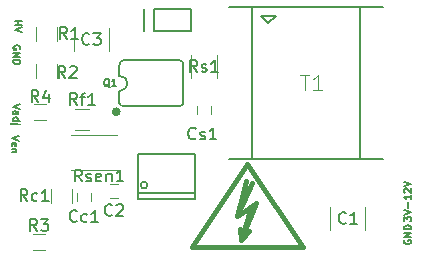
<source format=gto>
%TF.GenerationSoftware,KiCad,Pcbnew,4.0.6*%
%TF.CreationDate,2017-10-03T21:34:55-04:00*%
%TF.ProjectId,HVPS_SMD,485650535F534D442E6B696361645F70,rev?*%
%TF.FileFunction,Legend,Top*%
%FSLAX46Y46*%
G04 Gerber Fmt 4.6, Leading zero omitted, Abs format (unit mm)*
G04 Created by KiCad (PCBNEW 4.0.6) date 10/03/17 21:34:55*
%MOMM*%
%LPD*%
G01*
G04 APERTURE LIST*
%ADD10C,0.127000*%
%ADD11C,0.120000*%
%ADD12C,0.203200*%
%ADD13C,0.381000*%
%ADD14C,0.002540*%
%ADD15C,0.150000*%
%ADD16C,0.101600*%
G04 APERTURE END LIST*
D10*
X182065571Y-72931429D02*
X181465571Y-73131429D01*
X182065571Y-73331429D01*
X181494143Y-73760001D02*
X181465571Y-73702858D01*
X181465571Y-73588572D01*
X181494143Y-73531429D01*
X181551286Y-73502858D01*
X181779857Y-73502858D01*
X181837000Y-73531429D01*
X181865571Y-73588572D01*
X181865571Y-73702858D01*
X181837000Y-73760001D01*
X181779857Y-73788572D01*
X181722714Y-73788572D01*
X181665571Y-73502858D01*
X181865571Y-74045715D02*
X181465571Y-74045715D01*
X181808429Y-74045715D02*
X181837000Y-74074287D01*
X181865571Y-74131429D01*
X181865571Y-74217144D01*
X181837000Y-74274287D01*
X181779857Y-74302858D01*
X181465571Y-74302858D01*
X182192571Y-70234286D02*
X181592571Y-70434286D01*
X182192571Y-70634286D01*
X181592571Y-71091429D02*
X181906857Y-71091429D01*
X181964000Y-71062858D01*
X181992571Y-71005715D01*
X181992571Y-70891429D01*
X181964000Y-70834286D01*
X181621143Y-71091429D02*
X181592571Y-71034286D01*
X181592571Y-70891429D01*
X181621143Y-70834286D01*
X181678286Y-70805715D01*
X181735429Y-70805715D01*
X181792571Y-70834286D01*
X181821143Y-70891429D01*
X181821143Y-71034286D01*
X181849714Y-71091429D01*
X181592571Y-71634286D02*
X182192571Y-71634286D01*
X181621143Y-71634286D02*
X181592571Y-71577143D01*
X181592571Y-71462857D01*
X181621143Y-71405715D01*
X181649714Y-71377143D01*
X181706857Y-71348572D01*
X181878286Y-71348572D01*
X181935429Y-71377143D01*
X181964000Y-71405715D01*
X181992571Y-71462857D01*
X181992571Y-71577143D01*
X181964000Y-71634286D01*
X181992571Y-71920000D02*
X181478286Y-71920000D01*
X181421143Y-71891429D01*
X181392571Y-71834286D01*
X181392571Y-71805714D01*
X182192571Y-71920000D02*
X182164000Y-71891429D01*
X182135429Y-71920000D01*
X182164000Y-71948572D01*
X182192571Y-71920000D01*
X182135429Y-71920000D01*
X182164000Y-65582858D02*
X182192571Y-65525715D01*
X182192571Y-65440001D01*
X182164000Y-65354286D01*
X182106857Y-65297144D01*
X182049714Y-65268572D01*
X181935429Y-65240001D01*
X181849714Y-65240001D01*
X181735429Y-65268572D01*
X181678286Y-65297144D01*
X181621143Y-65354286D01*
X181592571Y-65440001D01*
X181592571Y-65497144D01*
X181621143Y-65582858D01*
X181649714Y-65611429D01*
X181849714Y-65611429D01*
X181849714Y-65497144D01*
X181592571Y-65868572D02*
X182192571Y-65868572D01*
X181592571Y-66211429D01*
X182192571Y-66211429D01*
X181592571Y-66497143D02*
X182192571Y-66497143D01*
X182192571Y-66640000D01*
X182164000Y-66725715D01*
X182106857Y-66782857D01*
X182049714Y-66811429D01*
X181935429Y-66840000D01*
X181849714Y-66840000D01*
X181735429Y-66811429D01*
X181678286Y-66782857D01*
X181621143Y-66725715D01*
X181592571Y-66640000D01*
X181592571Y-66497143D01*
X181719571Y-63198429D02*
X182319571Y-63198429D01*
X182033857Y-63198429D02*
X182033857Y-63541286D01*
X181719571Y-63541286D02*
X182319571Y-63541286D01*
X182319571Y-63741286D02*
X181719571Y-63941286D01*
X182319571Y-64141286D01*
X214711000Y-81737142D02*
X214682429Y-81794285D01*
X214682429Y-81879999D01*
X214711000Y-81965714D01*
X214768143Y-82022856D01*
X214825286Y-82051428D01*
X214939571Y-82079999D01*
X215025286Y-82079999D01*
X215139571Y-82051428D01*
X215196714Y-82022856D01*
X215253857Y-81965714D01*
X215282429Y-81879999D01*
X215282429Y-81822856D01*
X215253857Y-81737142D01*
X215225286Y-81708571D01*
X215025286Y-81708571D01*
X215025286Y-81822856D01*
X215282429Y-81451428D02*
X214682429Y-81451428D01*
X215282429Y-81108571D01*
X214682429Y-81108571D01*
X215282429Y-80822857D02*
X214682429Y-80822857D01*
X214682429Y-80680000D01*
X214711000Y-80594285D01*
X214768143Y-80537143D01*
X214825286Y-80508571D01*
X214939571Y-80480000D01*
X215025286Y-80480000D01*
X215139571Y-80508571D01*
X215196714Y-80537143D01*
X215253857Y-80594285D01*
X215282429Y-80680000D01*
X215282429Y-80822857D01*
X214682429Y-80143144D02*
X214682429Y-79771715D01*
X214911000Y-79971715D01*
X214911000Y-79886001D01*
X214939571Y-79828858D01*
X214968143Y-79800287D01*
X215025286Y-79771715D01*
X215168143Y-79771715D01*
X215225286Y-79800287D01*
X215253857Y-79828858D01*
X215282429Y-79886001D01*
X215282429Y-80057429D01*
X215253857Y-80114572D01*
X215225286Y-80143144D01*
X214682429Y-79600286D02*
X215282429Y-79400286D01*
X214682429Y-79200286D01*
X215053857Y-79000286D02*
X215053857Y-78543143D01*
X215282429Y-77943143D02*
X215282429Y-78286000D01*
X215282429Y-78114572D02*
X214682429Y-78114572D01*
X214768143Y-78171715D01*
X214825286Y-78228857D01*
X214853857Y-78286000D01*
X214739571Y-77714571D02*
X214711000Y-77686000D01*
X214682429Y-77628857D01*
X214682429Y-77486000D01*
X214711000Y-77428857D01*
X214739571Y-77400286D01*
X214796714Y-77371714D01*
X214853857Y-77371714D01*
X214939571Y-77400286D01*
X215282429Y-77743143D01*
X215282429Y-77371714D01*
X214682429Y-77200285D02*
X215282429Y-77000285D01*
X214682429Y-76800285D01*
D11*
X211411000Y-80907000D02*
X211411000Y-78907000D01*
X208451000Y-78907000D02*
X208451000Y-80907000D01*
X189769000Y-76997000D02*
X190469000Y-76997000D01*
X190469000Y-78197000D02*
X189769000Y-78197000D01*
X189694000Y-65770000D02*
X189694000Y-63770000D01*
X186734000Y-63770000D02*
X186734000Y-65770000D01*
X188179000Y-77755000D02*
X188179000Y-78455000D01*
X186979000Y-78455000D02*
X186979000Y-77755000D01*
X198339000Y-70389000D02*
X198339000Y-71089000D01*
X197139000Y-71089000D02*
X197139000Y-70389000D01*
D10*
X193497200Y-62166500D02*
X196646800Y-62166500D01*
X196646800Y-62166500D02*
X196646800Y-64071500D01*
X196646800Y-64071500D02*
X193497200Y-64071500D01*
X193497200Y-64071500D02*
X193497200Y-62166500D01*
X192659000Y-62166500D02*
X192659000Y-64071500D01*
D11*
X183524000Y-64862000D02*
X183524000Y-63662000D01*
X185284000Y-63662000D02*
X185284000Y-64862000D01*
X183524000Y-68037000D02*
X183524000Y-66837000D01*
X185284000Y-66837000D02*
X185284000Y-68037000D01*
X183269000Y-81235000D02*
X184269000Y-81235000D01*
X184269000Y-82595000D02*
X183269000Y-82595000D01*
X184396000Y-71546000D02*
X183396000Y-71546000D01*
X183396000Y-70186000D02*
X184396000Y-70186000D01*
X184794000Y-78578000D02*
X184794000Y-77378000D01*
X186554000Y-77378000D02*
X186554000Y-78578000D01*
X188052000Y-72381000D02*
X186852000Y-72381000D01*
X186852000Y-70621000D02*
X188052000Y-70621000D01*
X186518000Y-72815000D02*
X190418000Y-72815000D01*
X190418000Y-75775000D02*
X186518000Y-75775000D01*
X198809000Y-66056000D02*
X198809000Y-68056000D01*
X196669000Y-68056000D02*
X196669000Y-66056000D01*
D10*
X203835000Y-62738000D02*
X203200000Y-63373000D01*
X203200000Y-63373000D02*
X202565000Y-62738000D01*
X202565000Y-62738000D02*
X203835000Y-62738000D01*
X212874860Y-62003940D02*
X199875140Y-62003940D01*
X199875140Y-74902060D02*
X212874860Y-74902060D01*
X210974940Y-62103000D02*
X210974940Y-74803000D01*
X201775060Y-62103000D02*
X201775060Y-74803000D01*
D12*
X196961760Y-74427080D02*
X196961760Y-77726540D01*
X196961760Y-77726540D02*
X196961760Y-78226920D01*
X196961760Y-78226920D02*
X192166240Y-78226920D01*
X192166240Y-78226920D02*
X192166240Y-77726540D01*
X192166240Y-77726540D02*
X192166240Y-74427080D01*
X192166240Y-74427080D02*
X196961760Y-74427080D01*
X196961760Y-77726540D02*
X192166240Y-77726540D01*
D10*
X192940940Y-77089000D02*
G75*
G03X192940940Y-77089000I-281940J0D01*
G01*
D13*
X200924160Y-81701640D02*
X202123040Y-78602840D01*
X202123040Y-78602840D02*
X201523600Y-79001620D01*
X200522840Y-79702660D02*
X201823320Y-76901040D01*
X200924160Y-81701640D02*
X201523600Y-81003140D01*
X201322940Y-76702920D02*
X200522840Y-79702660D01*
X200522840Y-79702660D02*
X201721720Y-78902560D01*
X201721720Y-78902560D02*
X200924160Y-81701640D01*
X200924160Y-81701640D02*
X200822560Y-80802480D01*
X201422000Y-75311000D02*
X206121000Y-82296000D01*
X206121000Y-82296000D02*
X196723000Y-82296000D01*
X196723000Y-82296000D02*
X201422000Y-75311000D01*
D12*
X195630800Y-66502280D02*
X190957200Y-66502280D01*
X190957200Y-70393560D02*
X195729860Y-70393560D01*
X196011800Y-70012560D02*
X196011800Y-66883280D01*
X190576200Y-66997580D02*
X190576200Y-67838320D01*
X190576200Y-70111620D02*
X190576200Y-69108320D01*
D14*
G36*
X190596520Y-70827900D02*
X190588900Y-70756780D01*
X190566040Y-70690740D01*
X190527940Y-70629780D01*
X190477140Y-70578980D01*
X190416180Y-70540880D01*
X190350140Y-70518020D01*
X190279020Y-70510400D01*
X190207900Y-70518020D01*
X190141860Y-70540880D01*
X190080900Y-70578980D01*
X190030100Y-70629780D01*
X189992000Y-70690740D01*
X189969140Y-70756780D01*
X189961520Y-70827900D01*
X189969140Y-70899020D01*
X189992000Y-70965060D01*
X190030100Y-71026020D01*
X190080900Y-71076820D01*
X190141860Y-71114920D01*
X190207900Y-71137780D01*
X190279020Y-71145400D01*
X190350140Y-71137780D01*
X190416180Y-71114920D01*
X190477140Y-71076820D01*
X190527940Y-71026020D01*
X190566040Y-70965060D01*
X190588900Y-70899020D01*
X190596520Y-70827900D01*
X190596520Y-70827900D01*
G37*
X190596520Y-70827900D02*
X190588900Y-70756780D01*
X190566040Y-70690740D01*
X190527940Y-70629780D01*
X190477140Y-70578980D01*
X190416180Y-70540880D01*
X190350140Y-70518020D01*
X190279020Y-70510400D01*
X190207900Y-70518020D01*
X190141860Y-70540880D01*
X190080900Y-70578980D01*
X190030100Y-70629780D01*
X189992000Y-70690740D01*
X189969140Y-70756780D01*
X189961520Y-70827900D01*
X189969140Y-70899020D01*
X189992000Y-70965060D01*
X190030100Y-71026020D01*
X190080900Y-71076820D01*
X190141860Y-71114920D01*
X190207900Y-71137780D01*
X190279020Y-71145400D01*
X190350140Y-71137780D01*
X190416180Y-71114920D01*
X190477140Y-71076820D01*
X190527940Y-71026020D01*
X190566040Y-70965060D01*
X190588900Y-70899020D01*
X190596520Y-70827900D01*
D12*
X195727320Y-70393560D02*
G75*
G03X196011800Y-70012560I-48260J332740D01*
G01*
X190957200Y-66502280D02*
G75*
G03X190576200Y-66984880I50800J-431800D01*
G01*
X196011800Y-66883280D02*
G75*
G03X195630800Y-66502280I-381000J0D01*
G01*
X190578740Y-70111620D02*
G75*
G03X190957200Y-70393560I330200J48260D01*
G01*
X190627000Y-69108320D02*
G75*
G03X190627000Y-67838320I0J635000D01*
G01*
D15*
X209764334Y-80264143D02*
X209716715Y-80311762D01*
X209573858Y-80359381D01*
X209478620Y-80359381D01*
X209335762Y-80311762D01*
X209240524Y-80216524D01*
X209192905Y-80121286D01*
X209145286Y-79930810D01*
X209145286Y-79787952D01*
X209192905Y-79597476D01*
X209240524Y-79502238D01*
X209335762Y-79407000D01*
X209478620Y-79359381D01*
X209573858Y-79359381D01*
X209716715Y-79407000D01*
X209764334Y-79454619D01*
X210716715Y-80359381D02*
X210145286Y-80359381D01*
X210431000Y-80359381D02*
X210431000Y-79359381D01*
X210335762Y-79502238D01*
X210240524Y-79597476D01*
X210145286Y-79645095D01*
X189952334Y-79605143D02*
X189904715Y-79652762D01*
X189761858Y-79700381D01*
X189666620Y-79700381D01*
X189523762Y-79652762D01*
X189428524Y-79557524D01*
X189380905Y-79462286D01*
X189333286Y-79271810D01*
X189333286Y-79128952D01*
X189380905Y-78938476D01*
X189428524Y-78843238D01*
X189523762Y-78748000D01*
X189666620Y-78700381D01*
X189761858Y-78700381D01*
X189904715Y-78748000D01*
X189952334Y-78795619D01*
X190333286Y-78795619D02*
X190380905Y-78748000D01*
X190476143Y-78700381D01*
X190714239Y-78700381D01*
X190809477Y-78748000D01*
X190857096Y-78795619D01*
X190904715Y-78890857D01*
X190904715Y-78986095D01*
X190857096Y-79128952D01*
X190285667Y-79700381D01*
X190904715Y-79700381D01*
X188047334Y-65127143D02*
X187999715Y-65174762D01*
X187856858Y-65222381D01*
X187761620Y-65222381D01*
X187618762Y-65174762D01*
X187523524Y-65079524D01*
X187475905Y-64984286D01*
X187428286Y-64793810D01*
X187428286Y-64650952D01*
X187475905Y-64460476D01*
X187523524Y-64365238D01*
X187618762Y-64270000D01*
X187761620Y-64222381D01*
X187856858Y-64222381D01*
X187999715Y-64270000D01*
X188047334Y-64317619D01*
X188380667Y-64222381D02*
X188999715Y-64222381D01*
X188666381Y-64603333D01*
X188809239Y-64603333D01*
X188904477Y-64650952D01*
X188952096Y-64698571D01*
X188999715Y-64793810D01*
X188999715Y-65031905D01*
X188952096Y-65127143D01*
X188904477Y-65174762D01*
X188809239Y-65222381D01*
X188523524Y-65222381D01*
X188428286Y-65174762D01*
X188380667Y-65127143D01*
X186983762Y-80113143D02*
X186936143Y-80160762D01*
X186793286Y-80208381D01*
X186698048Y-80208381D01*
X186555190Y-80160762D01*
X186459952Y-80065524D01*
X186412333Y-79970286D01*
X186364714Y-79779810D01*
X186364714Y-79636952D01*
X186412333Y-79446476D01*
X186459952Y-79351238D01*
X186555190Y-79256000D01*
X186698048Y-79208381D01*
X186793286Y-79208381D01*
X186936143Y-79256000D01*
X186983762Y-79303619D01*
X187840905Y-80160762D02*
X187745667Y-80208381D01*
X187555190Y-80208381D01*
X187459952Y-80160762D01*
X187412333Y-80113143D01*
X187364714Y-80017905D01*
X187364714Y-79732190D01*
X187412333Y-79636952D01*
X187459952Y-79589333D01*
X187555190Y-79541714D01*
X187745667Y-79541714D01*
X187840905Y-79589333D01*
X188793286Y-80208381D02*
X188221857Y-80208381D01*
X188507571Y-80208381D02*
X188507571Y-79208381D01*
X188412333Y-79351238D01*
X188317095Y-79446476D01*
X188221857Y-79494095D01*
X197040572Y-73128143D02*
X196992953Y-73175762D01*
X196850096Y-73223381D01*
X196754858Y-73223381D01*
X196612000Y-73175762D01*
X196516762Y-73080524D01*
X196469143Y-72985286D01*
X196421524Y-72794810D01*
X196421524Y-72651952D01*
X196469143Y-72461476D01*
X196516762Y-72366238D01*
X196612000Y-72271000D01*
X196754858Y-72223381D01*
X196850096Y-72223381D01*
X196992953Y-72271000D01*
X197040572Y-72318619D01*
X197421524Y-73175762D02*
X197516762Y-73223381D01*
X197707238Y-73223381D01*
X197802477Y-73175762D01*
X197850096Y-73080524D01*
X197850096Y-73032905D01*
X197802477Y-72937667D01*
X197707238Y-72890048D01*
X197564381Y-72890048D01*
X197469143Y-72842429D01*
X197421524Y-72747190D01*
X197421524Y-72699571D01*
X197469143Y-72604333D01*
X197564381Y-72556714D01*
X197707238Y-72556714D01*
X197802477Y-72604333D01*
X198802477Y-73223381D02*
X198231048Y-73223381D01*
X198516762Y-73223381D02*
X198516762Y-72223381D01*
X198421524Y-72366238D01*
X198326286Y-72461476D01*
X198231048Y-72509095D01*
X186142334Y-64714381D02*
X185809000Y-64238190D01*
X185570905Y-64714381D02*
X185570905Y-63714381D01*
X185951858Y-63714381D01*
X186047096Y-63762000D01*
X186094715Y-63809619D01*
X186142334Y-63904857D01*
X186142334Y-64047714D01*
X186094715Y-64142952D01*
X186047096Y-64190571D01*
X185951858Y-64238190D01*
X185570905Y-64238190D01*
X187094715Y-64714381D02*
X186523286Y-64714381D01*
X186809000Y-64714381D02*
X186809000Y-63714381D01*
X186713762Y-63857238D01*
X186618524Y-63952476D01*
X186523286Y-64000095D01*
X186015334Y-68016381D02*
X185682000Y-67540190D01*
X185443905Y-68016381D02*
X185443905Y-67016381D01*
X185824858Y-67016381D01*
X185920096Y-67064000D01*
X185967715Y-67111619D01*
X186015334Y-67206857D01*
X186015334Y-67349714D01*
X185967715Y-67444952D01*
X185920096Y-67492571D01*
X185824858Y-67540190D01*
X185443905Y-67540190D01*
X186396286Y-67111619D02*
X186443905Y-67064000D01*
X186539143Y-67016381D01*
X186777239Y-67016381D01*
X186872477Y-67064000D01*
X186920096Y-67111619D01*
X186967715Y-67206857D01*
X186967715Y-67302095D01*
X186920096Y-67444952D01*
X186348667Y-68016381D01*
X186967715Y-68016381D01*
X183602334Y-80958381D02*
X183269000Y-80482190D01*
X183030905Y-80958381D02*
X183030905Y-79958381D01*
X183411858Y-79958381D01*
X183507096Y-80006000D01*
X183554715Y-80053619D01*
X183602334Y-80148857D01*
X183602334Y-80291714D01*
X183554715Y-80386952D01*
X183507096Y-80434571D01*
X183411858Y-80482190D01*
X183030905Y-80482190D01*
X183935667Y-79958381D02*
X184554715Y-79958381D01*
X184221381Y-80339333D01*
X184364239Y-80339333D01*
X184459477Y-80386952D01*
X184507096Y-80434571D01*
X184554715Y-80529810D01*
X184554715Y-80767905D01*
X184507096Y-80863143D01*
X184459477Y-80910762D01*
X184364239Y-80958381D01*
X184078524Y-80958381D01*
X183983286Y-80910762D01*
X183935667Y-80863143D01*
X183729334Y-70048381D02*
X183396000Y-69572190D01*
X183157905Y-70048381D02*
X183157905Y-69048381D01*
X183538858Y-69048381D01*
X183634096Y-69096000D01*
X183681715Y-69143619D01*
X183729334Y-69238857D01*
X183729334Y-69381714D01*
X183681715Y-69476952D01*
X183634096Y-69524571D01*
X183538858Y-69572190D01*
X183157905Y-69572190D01*
X184586477Y-69381714D02*
X184586477Y-70048381D01*
X184348381Y-69000762D02*
X184110286Y-69715048D01*
X184729334Y-69715048D01*
X182792762Y-78430381D02*
X182459428Y-77954190D01*
X182221333Y-78430381D02*
X182221333Y-77430381D01*
X182602286Y-77430381D01*
X182697524Y-77478000D01*
X182745143Y-77525619D01*
X182792762Y-77620857D01*
X182792762Y-77763714D01*
X182745143Y-77858952D01*
X182697524Y-77906571D01*
X182602286Y-77954190D01*
X182221333Y-77954190D01*
X183649905Y-78382762D02*
X183554667Y-78430381D01*
X183364190Y-78430381D01*
X183268952Y-78382762D01*
X183221333Y-78335143D01*
X183173714Y-78239905D01*
X183173714Y-77954190D01*
X183221333Y-77858952D01*
X183268952Y-77811333D01*
X183364190Y-77763714D01*
X183554667Y-77763714D01*
X183649905Y-77811333D01*
X184602286Y-78430381D02*
X184030857Y-78430381D01*
X184316571Y-78430381D02*
X184316571Y-77430381D01*
X184221333Y-77573238D01*
X184126095Y-77668476D01*
X184030857Y-77716095D01*
X186999619Y-70302381D02*
X186666285Y-69826190D01*
X186428190Y-70302381D02*
X186428190Y-69302381D01*
X186809143Y-69302381D01*
X186904381Y-69350000D01*
X186952000Y-69397619D01*
X186999619Y-69492857D01*
X186999619Y-69635714D01*
X186952000Y-69730952D01*
X186904381Y-69778571D01*
X186809143Y-69826190D01*
X186428190Y-69826190D01*
X187285333Y-69635714D02*
X187666285Y-69635714D01*
X187428190Y-70302381D02*
X187428190Y-69445238D01*
X187475809Y-69350000D01*
X187571047Y-69302381D01*
X187666285Y-69302381D01*
X188523429Y-70302381D02*
X187952000Y-70302381D01*
X188237714Y-70302381D02*
X188237714Y-69302381D01*
X188142476Y-69445238D01*
X188047238Y-69540476D01*
X187952000Y-69588095D01*
X187396619Y-76779381D02*
X187063285Y-76303190D01*
X186825190Y-76779381D02*
X186825190Y-75779381D01*
X187206143Y-75779381D01*
X187301381Y-75827000D01*
X187349000Y-75874619D01*
X187396619Y-75969857D01*
X187396619Y-76112714D01*
X187349000Y-76207952D01*
X187301381Y-76255571D01*
X187206143Y-76303190D01*
X186825190Y-76303190D01*
X187777571Y-76731762D02*
X187872809Y-76779381D01*
X188063285Y-76779381D01*
X188158524Y-76731762D01*
X188206143Y-76636524D01*
X188206143Y-76588905D01*
X188158524Y-76493667D01*
X188063285Y-76446048D01*
X187920428Y-76446048D01*
X187825190Y-76398429D01*
X187777571Y-76303190D01*
X187777571Y-76255571D01*
X187825190Y-76160333D01*
X187920428Y-76112714D01*
X188063285Y-76112714D01*
X188158524Y-76160333D01*
X189015667Y-76731762D02*
X188920429Y-76779381D01*
X188729952Y-76779381D01*
X188634714Y-76731762D01*
X188587095Y-76636524D01*
X188587095Y-76255571D01*
X188634714Y-76160333D01*
X188729952Y-76112714D01*
X188920429Y-76112714D01*
X189015667Y-76160333D01*
X189063286Y-76255571D01*
X189063286Y-76350810D01*
X188587095Y-76446048D01*
X189491857Y-76112714D02*
X189491857Y-76779381D01*
X189491857Y-76207952D02*
X189539476Y-76160333D01*
X189634714Y-76112714D01*
X189777572Y-76112714D01*
X189872810Y-76160333D01*
X189920429Y-76255571D01*
X189920429Y-76779381D01*
X190920429Y-76779381D02*
X190349000Y-76779381D01*
X190634714Y-76779381D02*
X190634714Y-75779381D01*
X190539476Y-75922238D01*
X190444238Y-76017476D01*
X190349000Y-76065095D01*
X197167572Y-67508381D02*
X196834238Y-67032190D01*
X196596143Y-67508381D02*
X196596143Y-66508381D01*
X196977096Y-66508381D01*
X197072334Y-66556000D01*
X197119953Y-66603619D01*
X197167572Y-66698857D01*
X197167572Y-66841714D01*
X197119953Y-66936952D01*
X197072334Y-66984571D01*
X196977096Y-67032190D01*
X196596143Y-67032190D01*
X197548524Y-67460762D02*
X197643762Y-67508381D01*
X197834238Y-67508381D01*
X197929477Y-67460762D01*
X197977096Y-67365524D01*
X197977096Y-67317905D01*
X197929477Y-67222667D01*
X197834238Y-67175048D01*
X197691381Y-67175048D01*
X197596143Y-67127429D01*
X197548524Y-67032190D01*
X197548524Y-66984571D01*
X197596143Y-66889333D01*
X197691381Y-66841714D01*
X197834238Y-66841714D01*
X197929477Y-66889333D01*
X198929477Y-67508381D02*
X198358048Y-67508381D01*
X198643762Y-67508381D02*
X198643762Y-66508381D01*
X198548524Y-66651238D01*
X198453286Y-66746476D01*
X198358048Y-66794095D01*
D16*
X205915381Y-67757524D02*
X206641096Y-67757524D01*
X206278239Y-69027524D02*
X206278239Y-67757524D01*
X207729667Y-69027524D02*
X207003953Y-69027524D01*
X207366810Y-69027524D02*
X207366810Y-67757524D01*
X207245858Y-67938952D01*
X207124905Y-68059905D01*
X207003953Y-68120381D01*
D10*
X189756143Y-68781749D02*
X189698086Y-68752720D01*
X189640029Y-68694663D01*
X189552943Y-68607577D01*
X189494886Y-68578549D01*
X189436829Y-68578549D01*
X189465857Y-68723691D02*
X189407800Y-68694663D01*
X189349743Y-68636606D01*
X189320714Y-68520491D01*
X189320714Y-68317291D01*
X189349743Y-68201177D01*
X189407800Y-68143120D01*
X189465857Y-68114091D01*
X189581971Y-68114091D01*
X189640029Y-68143120D01*
X189698086Y-68201177D01*
X189727114Y-68317291D01*
X189727114Y-68520491D01*
X189698086Y-68636606D01*
X189640029Y-68694663D01*
X189581971Y-68723691D01*
X189465857Y-68723691D01*
X190307686Y-68723691D02*
X189959343Y-68723691D01*
X190133515Y-68723691D02*
X190133515Y-68114091D01*
X190075458Y-68201177D01*
X190017400Y-68259234D01*
X189959343Y-68288263D01*
M02*

</source>
